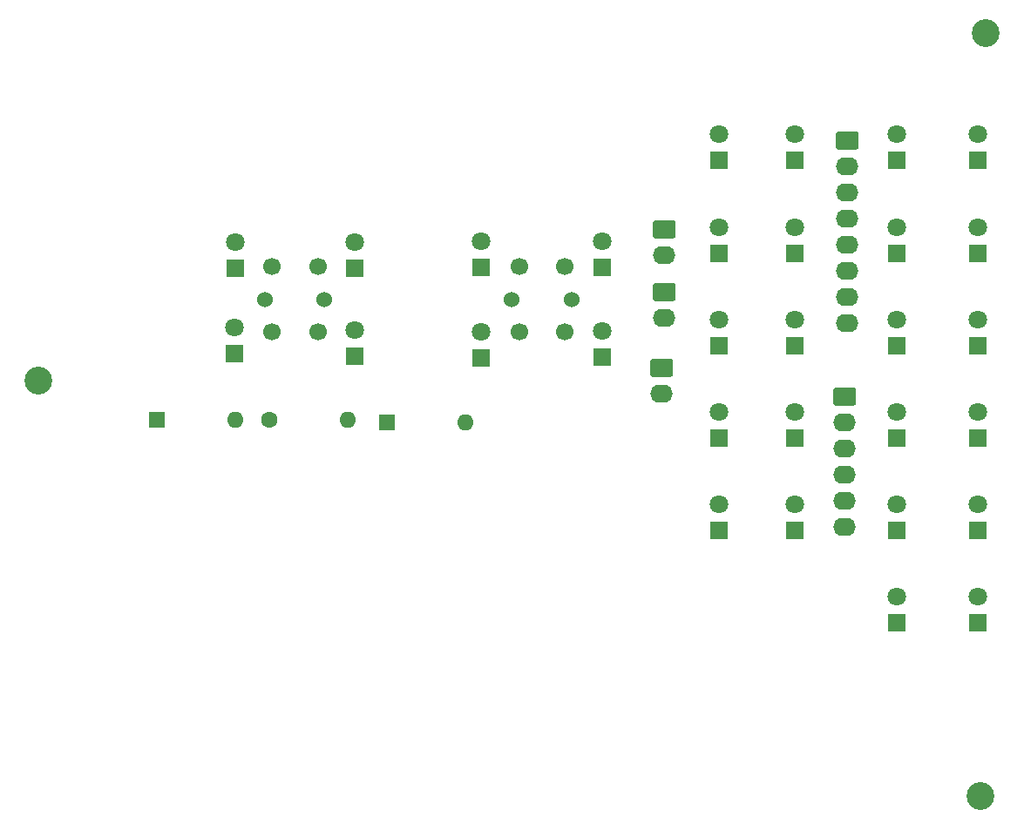
<source format=gbr>
G04 #@! TF.GenerationSoftware,KiCad,Pcbnew,(5.1.5-0-10_14)*
G04 #@! TF.CreationDate,2020-06-21T14:24:42+10:00*
G04 #@! TF.ProjectId,EWI_Left,4557495f-4c65-4667-942e-6b696361645f,-*
G04 #@! TF.SameCoordinates,Original*
G04 #@! TF.FileFunction,Soldermask,Bot*
G04 #@! TF.FilePolarity,Negative*
%FSLAX46Y46*%
G04 Gerber Fmt 4.6, Leading zero omitted, Abs format (unit mm)*
G04 Created by KiCad (PCBNEW (5.1.5-0-10_14)) date 2020-06-21 14:24:42*
%MOMM*%
%LPD*%
G04 APERTURE LIST*
%ADD10O,2.200000X1.740000*%
%ADD11C,0.100000*%
%ADD12O,1.600000X1.600000*%
%ADD13R,1.600000X1.600000*%
%ADD14C,1.524000*%
%ADD15C,1.700000*%
%ADD16C,1.600000*%
%ADD17C,1.800000*%
%ADD18R,1.800000X1.800000*%
%ADD19C,2.700000*%
G04 APERTURE END LIST*
D10*
X103786000Y-56588000D03*
D11*
G36*
X104660505Y-53179204D02*
G01*
X104684773Y-53182804D01*
X104708572Y-53188765D01*
X104731671Y-53197030D01*
X104753850Y-53207520D01*
X104774893Y-53220132D01*
X104794599Y-53234747D01*
X104812777Y-53251223D01*
X104829253Y-53269401D01*
X104843868Y-53289107D01*
X104856480Y-53310150D01*
X104866970Y-53332329D01*
X104875235Y-53355428D01*
X104881196Y-53379227D01*
X104884796Y-53403495D01*
X104886000Y-53427999D01*
X104886000Y-54668001D01*
X104884796Y-54692505D01*
X104881196Y-54716773D01*
X104875235Y-54740572D01*
X104866970Y-54763671D01*
X104856480Y-54785850D01*
X104843868Y-54806893D01*
X104829253Y-54826599D01*
X104812777Y-54844777D01*
X104794599Y-54861253D01*
X104774893Y-54875868D01*
X104753850Y-54888480D01*
X104731671Y-54898970D01*
X104708572Y-54907235D01*
X104684773Y-54913196D01*
X104660505Y-54916796D01*
X104636001Y-54918000D01*
X102935999Y-54918000D01*
X102911495Y-54916796D01*
X102887227Y-54913196D01*
X102863428Y-54907235D01*
X102840329Y-54898970D01*
X102818150Y-54888480D01*
X102797107Y-54875868D01*
X102777401Y-54861253D01*
X102759223Y-54844777D01*
X102742747Y-54826599D01*
X102728132Y-54806893D01*
X102715520Y-54785850D01*
X102705030Y-54763671D01*
X102696765Y-54740572D01*
X102690804Y-54716773D01*
X102687204Y-54692505D01*
X102686000Y-54668001D01*
X102686000Y-53427999D01*
X102687204Y-53403495D01*
X102690804Y-53379227D01*
X102696765Y-53355428D01*
X102705030Y-53332329D01*
X102715520Y-53310150D01*
X102728132Y-53289107D01*
X102742747Y-53269401D01*
X102759223Y-53251223D01*
X102777401Y-53234747D01*
X102797107Y-53220132D01*
X102818150Y-53207520D01*
X102840329Y-53197030D01*
X102863428Y-53188765D01*
X102887227Y-53182804D01*
X102911495Y-53179204D01*
X102935999Y-53178000D01*
X104636001Y-53178000D01*
X104660505Y-53179204D01*
G37*
D10*
X103786000Y-50492000D03*
D11*
G36*
X104660505Y-47083204D02*
G01*
X104684773Y-47086804D01*
X104708572Y-47092765D01*
X104731671Y-47101030D01*
X104753850Y-47111520D01*
X104774893Y-47124132D01*
X104794599Y-47138747D01*
X104812777Y-47155223D01*
X104829253Y-47173401D01*
X104843868Y-47193107D01*
X104856480Y-47214150D01*
X104866970Y-47236329D01*
X104875235Y-47259428D01*
X104881196Y-47283227D01*
X104884796Y-47307495D01*
X104886000Y-47331999D01*
X104886000Y-48572001D01*
X104884796Y-48596505D01*
X104881196Y-48620773D01*
X104875235Y-48644572D01*
X104866970Y-48667671D01*
X104856480Y-48689850D01*
X104843868Y-48710893D01*
X104829253Y-48730599D01*
X104812777Y-48748777D01*
X104794599Y-48765253D01*
X104774893Y-48779868D01*
X104753850Y-48792480D01*
X104731671Y-48802970D01*
X104708572Y-48811235D01*
X104684773Y-48817196D01*
X104660505Y-48820796D01*
X104636001Y-48822000D01*
X102935999Y-48822000D01*
X102911495Y-48820796D01*
X102887227Y-48817196D01*
X102863428Y-48811235D01*
X102840329Y-48802970D01*
X102818150Y-48792480D01*
X102797107Y-48779868D01*
X102777401Y-48765253D01*
X102759223Y-48748777D01*
X102742747Y-48730599D01*
X102728132Y-48710893D01*
X102715520Y-48689850D01*
X102705030Y-48667671D01*
X102696765Y-48644572D01*
X102690804Y-48620773D01*
X102687204Y-48596505D01*
X102686000Y-48572001D01*
X102686000Y-47331999D01*
X102687204Y-47307495D01*
X102690804Y-47283227D01*
X102696765Y-47259428D01*
X102705030Y-47236329D01*
X102715520Y-47214150D01*
X102728132Y-47193107D01*
X102742747Y-47173401D01*
X102759223Y-47155223D01*
X102777401Y-47138747D01*
X102797107Y-47124132D01*
X102818150Y-47111520D01*
X102840329Y-47101030D01*
X102863428Y-47092765D01*
X102887227Y-47086804D01*
X102911495Y-47083204D01*
X102935999Y-47082000D01*
X104636001Y-47082000D01*
X104660505Y-47083204D01*
G37*
D10*
X121566000Y-57096000D03*
X121566000Y-54556000D03*
X121566000Y-52016000D03*
X121566000Y-49476000D03*
X121566000Y-46936000D03*
X121566000Y-44396000D03*
X121566000Y-41856000D03*
D11*
G36*
X122440505Y-38447204D02*
G01*
X122464773Y-38450804D01*
X122488572Y-38456765D01*
X122511671Y-38465030D01*
X122533850Y-38475520D01*
X122554893Y-38488132D01*
X122574599Y-38502747D01*
X122592777Y-38519223D01*
X122609253Y-38537401D01*
X122623868Y-38557107D01*
X122636480Y-38578150D01*
X122646970Y-38600329D01*
X122655235Y-38623428D01*
X122661196Y-38647227D01*
X122664796Y-38671495D01*
X122666000Y-38695999D01*
X122666000Y-39936001D01*
X122664796Y-39960505D01*
X122661196Y-39984773D01*
X122655235Y-40008572D01*
X122646970Y-40031671D01*
X122636480Y-40053850D01*
X122623868Y-40074893D01*
X122609253Y-40094599D01*
X122592777Y-40112777D01*
X122574599Y-40129253D01*
X122554893Y-40143868D01*
X122533850Y-40156480D01*
X122511671Y-40166970D01*
X122488572Y-40175235D01*
X122464773Y-40181196D01*
X122440505Y-40184796D01*
X122416001Y-40186000D01*
X120715999Y-40186000D01*
X120691495Y-40184796D01*
X120667227Y-40181196D01*
X120643428Y-40175235D01*
X120620329Y-40166970D01*
X120598150Y-40156480D01*
X120577107Y-40143868D01*
X120557401Y-40129253D01*
X120539223Y-40112777D01*
X120522747Y-40094599D01*
X120508132Y-40074893D01*
X120495520Y-40053850D01*
X120485030Y-40031671D01*
X120476765Y-40008572D01*
X120470804Y-39984773D01*
X120467204Y-39960505D01*
X120466000Y-39936001D01*
X120466000Y-38695999D01*
X120467204Y-38671495D01*
X120470804Y-38647227D01*
X120476765Y-38623428D01*
X120485030Y-38600329D01*
X120495520Y-38578150D01*
X120508132Y-38557107D01*
X120522747Y-38537401D01*
X120539223Y-38519223D01*
X120557401Y-38502747D01*
X120577107Y-38488132D01*
X120598150Y-38475520D01*
X120620329Y-38465030D01*
X120643428Y-38456765D01*
X120667227Y-38450804D01*
X120691495Y-38447204D01*
X120715999Y-38446000D01*
X122416001Y-38446000D01*
X122440505Y-38447204D01*
G37*
D10*
X121312000Y-76908000D03*
X121312000Y-74368000D03*
X121312000Y-71828000D03*
X121312000Y-69288000D03*
X121312000Y-66748000D03*
D11*
G36*
X122186505Y-63339204D02*
G01*
X122210773Y-63342804D01*
X122234572Y-63348765D01*
X122257671Y-63357030D01*
X122279850Y-63367520D01*
X122300893Y-63380132D01*
X122320599Y-63394747D01*
X122338777Y-63411223D01*
X122355253Y-63429401D01*
X122369868Y-63449107D01*
X122382480Y-63470150D01*
X122392970Y-63492329D01*
X122401235Y-63515428D01*
X122407196Y-63539227D01*
X122410796Y-63563495D01*
X122412000Y-63587999D01*
X122412000Y-64828001D01*
X122410796Y-64852505D01*
X122407196Y-64876773D01*
X122401235Y-64900572D01*
X122392970Y-64923671D01*
X122382480Y-64945850D01*
X122369868Y-64966893D01*
X122355253Y-64986599D01*
X122338777Y-65004777D01*
X122320599Y-65021253D01*
X122300893Y-65035868D01*
X122279850Y-65048480D01*
X122257671Y-65058970D01*
X122234572Y-65067235D01*
X122210773Y-65073196D01*
X122186505Y-65076796D01*
X122162001Y-65078000D01*
X120461999Y-65078000D01*
X120437495Y-65076796D01*
X120413227Y-65073196D01*
X120389428Y-65067235D01*
X120366329Y-65058970D01*
X120344150Y-65048480D01*
X120323107Y-65035868D01*
X120303401Y-65021253D01*
X120285223Y-65004777D01*
X120268747Y-64986599D01*
X120254132Y-64966893D01*
X120241520Y-64945850D01*
X120231030Y-64923671D01*
X120222765Y-64900572D01*
X120216804Y-64876773D01*
X120213204Y-64852505D01*
X120212000Y-64828001D01*
X120212000Y-63587999D01*
X120213204Y-63563495D01*
X120216804Y-63539227D01*
X120222765Y-63515428D01*
X120231030Y-63492329D01*
X120241520Y-63470150D01*
X120254132Y-63449107D01*
X120268747Y-63429401D01*
X120285223Y-63411223D01*
X120303401Y-63394747D01*
X120323107Y-63380132D01*
X120344150Y-63367520D01*
X120366329Y-63357030D01*
X120389428Y-63348765D01*
X120413227Y-63342804D01*
X120437495Y-63339204D01*
X120461999Y-63338000D01*
X122162001Y-63338000D01*
X122186505Y-63339204D01*
G37*
D10*
X103532000Y-63954000D03*
D11*
G36*
X104406505Y-60545204D02*
G01*
X104430773Y-60548804D01*
X104454572Y-60554765D01*
X104477671Y-60563030D01*
X104499850Y-60573520D01*
X104520893Y-60586132D01*
X104540599Y-60600747D01*
X104558777Y-60617223D01*
X104575253Y-60635401D01*
X104589868Y-60655107D01*
X104602480Y-60676150D01*
X104612970Y-60698329D01*
X104621235Y-60721428D01*
X104627196Y-60745227D01*
X104630796Y-60769495D01*
X104632000Y-60793999D01*
X104632000Y-62034001D01*
X104630796Y-62058505D01*
X104627196Y-62082773D01*
X104621235Y-62106572D01*
X104612970Y-62129671D01*
X104602480Y-62151850D01*
X104589868Y-62172893D01*
X104575253Y-62192599D01*
X104558777Y-62210777D01*
X104540599Y-62227253D01*
X104520893Y-62241868D01*
X104499850Y-62254480D01*
X104477671Y-62264970D01*
X104454572Y-62273235D01*
X104430773Y-62279196D01*
X104406505Y-62282796D01*
X104382001Y-62284000D01*
X102681999Y-62284000D01*
X102657495Y-62282796D01*
X102633227Y-62279196D01*
X102609428Y-62273235D01*
X102586329Y-62264970D01*
X102564150Y-62254480D01*
X102543107Y-62241868D01*
X102523401Y-62227253D01*
X102505223Y-62210777D01*
X102488747Y-62192599D01*
X102474132Y-62172893D01*
X102461520Y-62151850D01*
X102451030Y-62129671D01*
X102442765Y-62106572D01*
X102436804Y-62082773D01*
X102433204Y-62058505D01*
X102432000Y-62034001D01*
X102432000Y-60793999D01*
X102433204Y-60769495D01*
X102436804Y-60745227D01*
X102442765Y-60721428D01*
X102451030Y-60698329D01*
X102461520Y-60676150D01*
X102474132Y-60655107D01*
X102488747Y-60635401D01*
X102505223Y-60617223D01*
X102523401Y-60600747D01*
X102543107Y-60586132D01*
X102564150Y-60573520D01*
X102586329Y-60563030D01*
X102609428Y-60554765D01*
X102633227Y-60548804D01*
X102657495Y-60545204D01*
X102681999Y-60544000D01*
X104382001Y-60544000D01*
X104406505Y-60545204D01*
G37*
D12*
X84482000Y-66748000D03*
D13*
X76862000Y-66748000D03*
D12*
X62130000Y-66494000D03*
D13*
X54510000Y-66494000D03*
D14*
X88966900Y-54798900D03*
X94757900Y-54758900D03*
D15*
X89677900Y-57933900D03*
X89677900Y-51583900D03*
X94122900Y-57933900D03*
X94122900Y-51583900D03*
D14*
X64986900Y-54798900D03*
X70777900Y-54758900D03*
D15*
X65697900Y-57933900D03*
X65697900Y-51583900D03*
X70142900Y-57933900D03*
X70142900Y-51583900D03*
D12*
X73052000Y-66494000D03*
D16*
X65432000Y-66494000D03*
D17*
X62020000Y-57530000D03*
D18*
X62020000Y-60070000D03*
D17*
X62130000Y-49190000D03*
D18*
X62130000Y-51730000D03*
D17*
X73660000Y-57710000D03*
D18*
X73660000Y-60250000D03*
D17*
X73690000Y-49190000D03*
D18*
X73690000Y-51730000D03*
D17*
X85940000Y-57880000D03*
D18*
X85940000Y-60420000D03*
D17*
X85970000Y-49150000D03*
D18*
X85970000Y-51690000D03*
D17*
X97720000Y-57810000D03*
D18*
X97720000Y-60350000D03*
D17*
X97750000Y-49150000D03*
D18*
X97750000Y-51690000D03*
D17*
X109120000Y-74698900D03*
D18*
X109120000Y-77238900D03*
D17*
X109120000Y-65708900D03*
D18*
X109120000Y-68248900D03*
D17*
X109120000Y-56718900D03*
D18*
X109120000Y-59258900D03*
D17*
X109120000Y-47728900D03*
D18*
X109120000Y-50268900D03*
D17*
X109120000Y-38728900D03*
D18*
X109120000Y-41268900D03*
D17*
X116486000Y-74698900D03*
D18*
X116486000Y-77238900D03*
D17*
X116486000Y-65708900D03*
D18*
X116486000Y-68248900D03*
D17*
X116486000Y-56718900D03*
D18*
X116486000Y-59258900D03*
D17*
X116486000Y-47728900D03*
D18*
X116486000Y-50268900D03*
D17*
X116486000Y-38728900D03*
D18*
X116486000Y-41268900D03*
D17*
X126392000Y-83688900D03*
D18*
X126392000Y-86228900D03*
D17*
X126392000Y-74698900D03*
D18*
X126392000Y-77238900D03*
D17*
X126392000Y-65708900D03*
D18*
X126392000Y-68248900D03*
D17*
X126392000Y-56718900D03*
D18*
X126392000Y-59258900D03*
D17*
X126392000Y-47728900D03*
D18*
X126392000Y-50268900D03*
D17*
X126392000Y-38728900D03*
D18*
X126392000Y-41268900D03*
D17*
X134266000Y-83688900D03*
D18*
X134266000Y-86228900D03*
D17*
X134266000Y-74698900D03*
D18*
X134266000Y-77238900D03*
D17*
X134266000Y-65708900D03*
D18*
X134266000Y-68248900D03*
D17*
X134266000Y-56718900D03*
D18*
X134266000Y-59258900D03*
D17*
X134266000Y-47728900D03*
D18*
X134266000Y-50268900D03*
D17*
X134266000Y-38728900D03*
D18*
X134266000Y-41268900D03*
D19*
X135030000Y-28900000D03*
X134530000Y-103070000D03*
X42960000Y-62660000D03*
M02*

</source>
